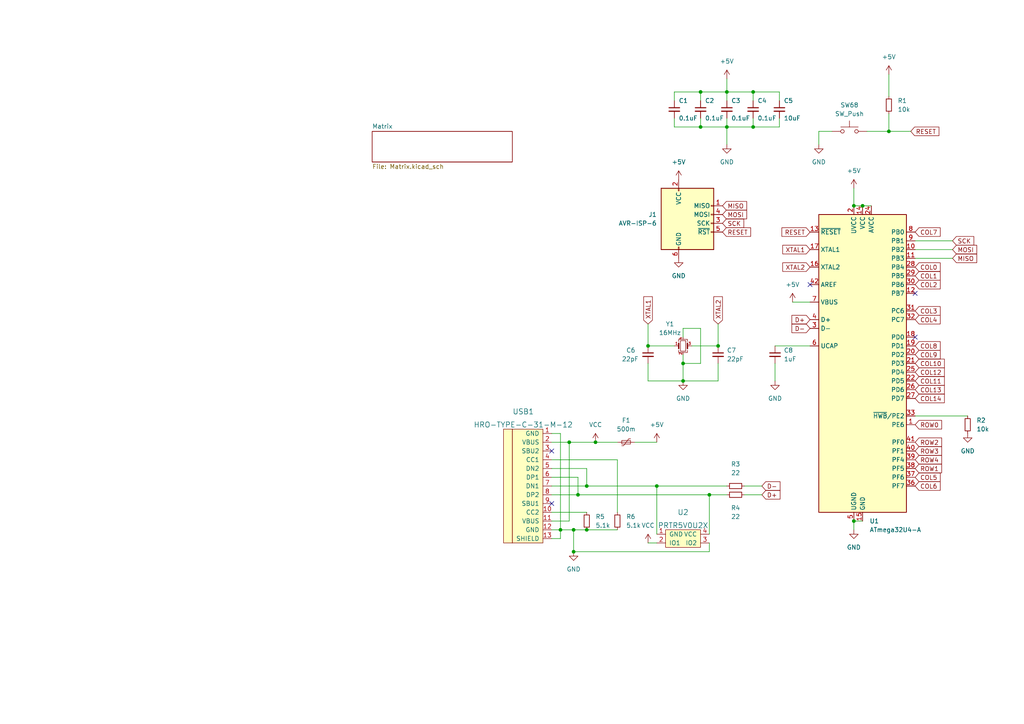
<source format=kicad_sch>
(kicad_sch (version 20211123) (generator eeschema)
  (paper "A4")
  (lib_symbols
    (symbol "Connector:AVR-ISP-6" (pin_names (offset 1.016))
      (property "Reference" "J" (at -6.35 11.43 0))
      (property "Value" "AVR-ISP-6" (at 0 11.43 0))
      (symbol "AVR-ISP-6_0_1"
        (rectangle (start -2.667 -6.858) (end -2.413 -7.62))
        (rectangle (start -2.667 10.16) (end -2.413 9.398))
        (rectangle (start 7.62 -2.413) (end 6.858 -2.667))
        (rectangle (start 7.62 0.127) (end 6.858 -0.127))
        (rectangle (start 7.62 2.667) (end 6.858 2.413))
        (rectangle (start 7.62 5.207) (end 6.858 4.953))
        (rectangle (start 7.62 10.16) (end -7.62 -7.62) (stroke (width 0.254)) (fill (type background)))
      )
      (symbol "AVR-ISP-6_1_1"
        (pin passive line (at 10.16 5.08 180) (length 2.54) (name "MISO") (number "1"))
        (pin passive line (at -2.54 12.7 270) (length 2.54) (name "VCC") (number "2"))
        (pin passive line (at 10.16 0 180) (length 2.54) (name "SCK") (number "3"))
        (pin passive line (at 10.16 2.54 180) (length 2.54) (name "MOSI") (number "4"))
        (pin passive line (at 10.16 -2.54 180) (length 2.54) (name "~{RST}") (number "5"))
        (pin passive line (at -2.54 -10.16 90) (length 2.54) (name "GND") (number "6"))
      )
    )
    (symbol "Device:C_Small" (pin_numbers hide) (pin_names (offset 0.254) hide)
      (property "Reference" "C" (at 0.254 1.778 0))
      (property "Value" "C_Small" (at 0.254 -2.032 0))
      (symbol "C_Small_0_1"
        (polyline (pts (xy -1.524 -0.508) (xy 1.524 -0.508)) (stroke (width 0.3302)))
        (polyline (pts (xy -1.524 0.508) (xy 1.524 0.508)) (stroke (width 0.3048)))
      )
      (symbol "C_Small_1_1"
        (pin passive line (at 0 2.54 270) (length 2.032) (name "~") (number "1"))
        (pin passive line (at 0 -2.54 90) (length 2.032) (name "~") (number "2"))
      )
    )
    (symbol "Device:Crystal_GND24_Small" (pin_names (offset 1.016) hide)
      (property "Reference" "Y" (at 1.27 4.445 0))
      (property "Value" "Crystal_GND24_Small" (at 1.27 2.54 0))
      (symbol "Crystal_GND24_Small_0_1"
        (rectangle (start -0.762 -1.524) (end 0.762 1.524))
        (polyline (pts (xy -1.27 -0.762) (xy -1.27 0.762)) (stroke (width 0.381)))
        (polyline (pts (xy 1.27 -0.762) (xy 1.27 0.762)) (stroke (width 0.381)))
        (polyline (pts (xy -1.27 -1.27) (xy -1.27 -1.905) (xy 1.27 -1.905) (xy 1.27 -1.27)))
        (polyline (pts (xy -1.27 1.27) (xy -1.27 1.905) (xy 1.27 1.905) (xy 1.27 1.27)))
      )
      (symbol "Crystal_GND24_Small_1_1"
        (pin passive line (at -2.54 0 0) (length 1.27) (name "1") (number "1"))
        (pin passive line (at 0 -2.54 90) (length 0.635) (name "2") (number "2"))
        (pin passive line (at 2.54 0 180) (length 1.27) (name "3") (number "3"))
        (pin passive line (at 0 2.54 270) (length 0.635) (name "4") (number "4"))
      )
    )
    (symbol "Device:Polyfuse_Small" (pin_numbers hide) (pin_names (offset 0))
      (property "Reference" "F" (at -1.905 0 90))
      (property "Value" "Polyfuse_Small" (at 1.905 0 90))
      (symbol "Polyfuse_Small_0_1"
        (rectangle (start -0.508 1.27) (end 0.508 -1.27))
        (polyline (pts (xy 0 2.54) (xy 0 -2.54)))
        (polyline (pts (xy -1.016 1.27) (xy -1.016 0.762) (xy 1.016 -0.762) (xy 1.016 -1.27)))
      )
      (symbol "Polyfuse_Small_1_1"
        (pin passive line (at 0 2.54 270) (length 0.635) (name "~") (number "1"))
        (pin passive line (at 0 -2.54 90) (length 0.635) (name "~") (number "2"))
      )
    )
    (symbol "Device:R_Small" (pin_numbers hide) (pin_names (offset 0.254) hide)
      (property "Reference" "R" (at 0.762 0.508 0))
      (property "Value" "R_Small" (at 0.762 -1.016 0))
      (symbol "R_Small_0_1"
        (rectangle (start -0.762 1.778) (end 0.762 -1.778) (stroke (width 0.2032)))
      )
      (symbol "R_Small_1_1"
        (pin passive line (at 0 2.54 270) (length 0.762) (name "~") (number "1"))
        (pin passive line (at 0 -2.54 90) (length 0.762) (name "~") (number "2"))
      )
    )
    (symbol "MCU_Microchip_ATmega:ATmega32U4-A"
      (property "Reference" "U" (at -12.7 44.45 0))
      (property "Value" "ATmega32U4-A" (at 2.54 -44.45 0))
      (symbol "ATmega32U4-A_0_1"
        (rectangle (start -12.7 -43.18) (end 12.7 43.18) (stroke (width 0.254)) (fill (type background)))
      )
      (symbol "ATmega32U4-A_1_1"
        (pin bidirectional line (at 15.24 -17.78 180) (length 2.54) (name "PE6") (number "1"))
        (pin bidirectional line (at 15.24 33.02 180) (length 2.54) (name "PB2") (number "10"))
        (pin bidirectional line (at 15.24 30.48 180) (length 2.54) (name "PB3") (number "11"))
        (pin bidirectional line (at 15.24 20.32 180) (length 2.54) (name "PB7") (number "12"))
        (pin input line (at -15.24 38.1 0) (length 2.54) (name "~{RESET}") (number "13"))
        (pin power_in line (at 0 45.72 270) (length 2.54) (name "VCC") (number "14"))
        (pin power_in line (at 0 -45.72 90) (length 2.54) (name "GND") (number "15"))
        (pin output line (at -15.24 27.94 0) (length 2.54) (name "XTAL2") (number "16"))
        (pin input line (at -15.24 33.02 0) (length 2.54) (name "XTAL1") (number "17"))
        (pin bidirectional line (at 15.24 7.62 180) (length 2.54) (name "PD0") (number "18"))
        (pin bidirectional line (at 15.24 5.08 180) (length 2.54) (name "PD1") (number "19"))
        (pin power_in line (at -2.54 45.72 270) (length 2.54) (name "UVCC") (number "2"))
        (pin bidirectional line (at 15.24 2.54 180) (length 2.54) (name "PD2") (number "20"))
        (pin bidirectional line (at 15.24 0 180) (length 2.54) (name "PD3") (number "21"))
        (pin bidirectional line (at 15.24 -5.08 180) (length 2.54) (name "PD5") (number "22"))
        (pin passive line (at 0 -45.72 90) (length 2.54) hide (name "GND") (number "23"))
        (pin power_in line (at 2.54 45.72 270) (length 2.54) (name "AVCC") (number "24"))
        (pin bidirectional line (at 15.24 -2.54 180) (length 2.54) (name "PD4") (number "25"))
        (pin bidirectional line (at 15.24 -7.62 180) (length 2.54) (name "PD6") (number "26"))
        (pin bidirectional line (at 15.24 -10.16 180) (length 2.54) (name "PD7") (number "27"))
        (pin bidirectional line (at 15.24 27.94 180) (length 2.54) (name "PB4") (number "28"))
        (pin bidirectional line (at 15.24 25.4 180) (length 2.54) (name "PB5") (number "29"))
        (pin bidirectional line (at -15.24 10.16 0) (length 2.54) (name "D-") (number "3"))
        (pin bidirectional line (at 15.24 22.86 180) (length 2.54) (name "PB6") (number "30"))
        (pin bidirectional line (at 15.24 15.24 180) (length 2.54) (name "PC6") (number "31"))
        (pin bidirectional line (at 15.24 12.7 180) (length 2.54) (name "PC7") (number "32"))
        (pin bidirectional line (at 15.24 -15.24 180) (length 2.54) (name "~{HWB}/PE2") (number "33"))
        (pin passive line (at 0 45.72 270) (length 2.54) hide (name "VCC") (number "34"))
        (pin passive line (at 0 -45.72 90) (length 2.54) hide (name "GND") (number "35"))
        (pin bidirectional line (at 15.24 -35.56 180) (length 2.54) (name "PF7") (number "36"))
        (pin bidirectional line (at 15.24 -33.02 180) (length 2.54) (name "PF6") (number "37"))
        (pin bidirectional line (at 15.24 -30.48 180) (length 2.54) (name "PF5") (number "38"))
        (pin bidirectional line (at 15.24 -27.94 180) (length 2.54) (name "PF4") (number "39"))
        (pin bidirectional line (at -15.24 12.7 0) (length 2.54) (name "D+") (number "4"))
        (pin bidirectional line (at 15.24 -25.4 180) (length 2.54) (name "PF1") (number "40"))
        (pin bidirectional line (at 15.24 -22.86 180) (length 2.54) (name "PF0") (number "41"))
        (pin passive line (at -15.24 22.86 0) (length 2.54) (name "AREF") (number "42"))
        (pin passive line (at 0 -45.72 90) (length 2.54) hide (name "GND") (number "43"))
        (pin passive line (at 2.54 45.72 270) (length 2.54) hide (name "AVCC") (number "44"))
        (pin passive line (at -2.54 -45.72 90) (length 2.54) (name "UGND") (number "5"))
        (pin passive line (at -15.24 5.08 0) (length 2.54) (name "UCAP") (number "6"))
        (pin input line (at -15.24 17.78 0) (length 2.54) (name "VBUS") (number "7"))
        (pin bidirectional line (at 15.24 38.1 180) (length 2.54) (name "PB0") (number "8"))
        (pin bidirectional line (at 15.24 35.56 180) (length 2.54) (name "PB1") (number "9"))
      )
    )
    (symbol "Switch:SW_Push" (pin_numbers hide) (pin_names (offset 1.016) hide)
      (property "Reference" "SW" (at 1.27 2.54 0))
      (property "Value" "SW_Push" (at 0 -1.524 0))
      (symbol "SW_Push_0_1"
        (circle (center -2.032 0) (radius 0.508))
        (polyline (pts (xy 0 1.27) (xy 0 3.048)))
        (polyline (pts (xy 2.54 1.27) (xy -2.54 1.27)))
        (circle (center 2.032 0) (radius 0.508))
        (pin passive line (at -5.08 0 0) (length 2.54) (name "1") (number "1"))
        (pin passive line (at 5.08 0 180) (length 2.54) (name "2") (number "2"))
      )
    )
    (symbol "Type-C:HRO-TYPE-C-31-M-12" (pin_names (offset 1.016))
      (property "Reference" "USB" (at -5.08 16.51 0))
      (property "Value" "HRO-TYPE-C-31-M-12" (at -10.16 -1.27 90))
      (symbol "HRO-TYPE-C-31-M-12_0_1"
        (rectangle (start -11.43 15.24) (end -8.89 -17.78) (fill (type background)))
        (rectangle (start 0 -17.78) (end -8.89 15.24) (fill (type background)))
      )
      (symbol "HRO-TYPE-C-31-M-12_1_1"
        (pin input line (at 2.54 13.97 180) (length 2.54) (name "GND") (number "1"))
        (pin input line (at 2.54 -8.89 180) (length 2.54) (name "CC2") (number "10"))
        (pin input line (at 2.54 -11.43 180) (length 2.54) (name "VBUS") (number "11"))
        (pin input line (at 2.54 -13.97 180) (length 2.54) (name "GND") (number "12"))
        (pin input line (at 2.54 -16.51 180) (length 2.54) (name "SHIELD") (number "13"))
        (pin input line (at 2.54 11.43 180) (length 2.54) (name "VBUS") (number "2"))
        (pin input line (at 2.54 8.89 180) (length 2.54) (name "SBU2") (number "3"))
        (pin input line (at 2.54 6.35 180) (length 2.54) (name "CC1") (number "4"))
        (pin input line (at 2.54 3.81 180) (length 2.54) (name "DN2") (number "5"))
        (pin input line (at 2.54 1.27 180) (length 2.54) (name "DP1") (number "6"))
        (pin input line (at 2.54 -1.27 180) (length 2.54) (name "DN1") (number "7"))
        (pin input line (at 2.54 -3.81 180) (length 2.54) (name "DP2") (number "8"))
        (pin input line (at 2.54 -6.35 180) (length 2.54) (name "SBU1") (number "9"))
      )
    )
    (symbol "power:+5V" (power) (pin_names (offset 0))
      (property "Value" "+5V" (at 0 3.556 0))
      (symbol "+5V_0_1"
        (polyline (pts (xy -0.762 1.27) (xy 0 2.54)))
        (polyline (pts (xy 0 0) (xy 0 2.54)))
        (polyline (pts (xy 0 2.54) (xy 0.762 1.27)))
      )
      (symbol "+5V_1_1"
        (pin power_in line (at 0 0 90) (length 0) hide (name "+5V") (number "1"))
      )
    )
    (symbol "power:GND" (power) (pin_names (offset 0))
      (property "Value" "GND" (at 0 -3.81 0))
      (symbol "GND_0_1"
        (polyline (pts (xy 0 0) (xy 0 -1.27) (xy 1.27 -1.27) (xy 0 -2.54) (xy -1.27 -1.27) (xy 0 -1.27)))
      )
      (symbol "GND_1_1"
        (pin power_in line (at 0 0 270) (length 0) hide (name "GND") (number "1"))
      )
    )
    (symbol "power:VCC" (power) (pin_names (offset 0))
      (property "Value" "VCC" (at 0 3.81 0))
      (symbol "VCC_0_1"
        (polyline (pts (xy -0.762 1.27) (xy 0 2.54)))
        (polyline (pts (xy 0 0) (xy 0 2.54)))
        (polyline (pts (xy 0 2.54) (xy 0.762 1.27)))
      )
      (symbol "VCC_1_1"
        (pin power_in line (at 0 0 90) (length 0) hide (name "VCC") (number "1"))
      )
    )
    (symbol "random-keyboard-parts:PRTR5V0U2X" (pin_names (offset 1.016))
      (property "Reference" "U" (at 0 3.81 0))
      (property "Value" "PRTR5V0U2X" (at 0 -3.81 0))
      (symbol "PRTR5V0U2X_0_1"
        (rectangle (start -5.08 2.54) (end 5.08 -2.54) (fill (type background)))
      )
      (symbol "PRTR5V0U2X_1_1"
        (pin input line (at -7.62 1.27 0) (length 2.54) (name "GND") (number "1"))
        (pin input line (at -7.62 -1.27 0) (length 2.54) (name "IO1") (number "2"))
        (pin input line (at 7.62 -1.27 180) (length 2.54) (name "IO2") (number "3"))
        (pin input line (at 7.62 1.27 180) (length 2.54) (name "VCC") (number "4"))
      )
    )
  )
  (junction (at 218.44 26.67))
  (junction (at 210.82 26.67))
  (junction (at 190.5 140.97))
  (junction (at 167.64 143.51))
  (junction (at 257.81 38.1))
  (junction (at 166.37 160.02))
  (junction (at 172.72 128.27))
  (junction (at 170.18 140.97))
  (junction (at 198.12 105.41))
  (junction (at 247.65 151.13))
  (junction (at 170.18 153.67))
  (junction (at 187.96 100.33))
  (junction (at 218.44 36.83))
  (junction (at 162.56 153.67))
  (junction (at 165.1 128.27))
  (junction (at 203.2 26.67))
  (junction (at 208.28 100.33))
  (junction (at 198.12 110.49))
  (junction (at 205.74 143.51))
  (junction (at 166.37 153.67))
  (junction (at 247.65 59.69))
  (junction (at 210.82 36.83))
  (junction (at 250.19 59.69))
  (junction (at 203.2 36.83))
  (no_connect (at 160.02 146.05))
  (no_connect (at 265.43 85.09))
  (no_connect (at 160.02 130.81))
  (no_connect (at 265.43 97.79))
  (no_connect (at 234.95 82.55))
  (wire (pts (xy 166.37 153.67) (xy 170.18 153.67)))
  (wire (pts (xy 187.96 93.98) (xy 187.96 100.33)))
  (wire (pts (xy 257.81 33.02) (xy 257.81 38.1)))
  (wire (pts (xy 162.56 153.67) (xy 162.56 125.73)))
  (wire (pts (xy 205.74 157.48) (xy 205.74 160.02)))
  (wire (pts (xy 203.2 36.83) (xy 210.82 36.83)))
  (wire (pts (xy 187.96 110.49) (xy 198.12 110.49)))
  (wire (pts (xy 160.02 140.97) (xy 170.18 140.97)))
  (wire (pts (xy 247.65 151.13) (xy 247.65 153.67)))
  (wire (pts (xy 160.02 135.89) (xy 170.18 135.89)))
  (wire (pts (xy 208.28 93.98) (xy 208.28 100.33)))
  (wire (pts (xy 198.12 102.87) (xy 198.12 105.41)))
  (wire (pts (xy 162.56 156.21) (xy 162.56 153.67)))
  (wire (pts (xy 210.82 36.83) (xy 218.44 36.83)))
  (wire (pts (xy 190.5 140.97) (xy 190.5 154.94)))
  (wire (pts (xy 187.96 105.41) (xy 187.96 110.49)))
  (wire (pts (xy 250.19 59.69) (xy 252.73 59.69)))
  (wire (pts (xy 237.49 38.1) (xy 237.49 41.91)))
  (wire (pts (xy 165.1 128.27) (xy 160.02 128.27)))
  (wire (pts (xy 276.2711 69.85) (xy 265.43 69.85)))
  (wire (pts (xy 167.64 143.51) (xy 205.74 143.51)))
  (wire (pts (xy 179.07 133.35) (xy 179.07 148.59)))
  (wire (pts (xy 160.02 153.67) (xy 162.56 153.67)))
  (wire (pts (xy 165.1 151.13) (xy 165.1 128.27)))
  (wire (pts (xy 203.2 34.29) (xy 203.2 36.83)))
  (wire (pts (xy 226.06 26.67) (xy 218.44 26.67)))
  (wire (pts (xy 195.58 34.29) (xy 195.58 36.83)))
  (wire (pts (xy 251.46 38.1) (xy 257.81 38.1)))
  (wire (pts (xy 198.12 95.25) (xy 203.2 95.25)))
  (wire (pts (xy 218.44 26.67) (xy 210.82 26.67)))
  (wire (pts (xy 160.02 148.59) (xy 170.18 148.59)))
  (wire (pts (xy 170.18 153.67) (xy 179.07 153.67)))
  (wire (pts (xy 257.81 38.1) (xy 264.16 38.1)))
  (wire (pts (xy 218.44 34.29) (xy 218.44 36.83)))
  (wire (pts (xy 218.44 36.83) (xy 226.06 36.83)))
  (wire (pts (xy 224.79 105.41) (xy 224.79 110.49)))
  (wire (pts (xy 170.18 135.89) (xy 170.18 140.97)))
  (wire (pts (xy 247.65 59.69) (xy 250.19 59.69)))
  (wire (pts (xy 205.74 143.51) (xy 205.74 154.94)))
  (wire (pts (xy 172.72 128.27) (xy 179.07 128.27)))
  (wire (pts (xy 226.06 29.21) (xy 226.06 26.67)))
  (wire (pts (xy 170.18 140.97) (xy 190.5 140.97)))
  (wire (pts (xy 226.06 34.29) (xy 226.06 36.83)))
  (wire (pts (xy 166.37 153.67) (xy 166.37 160.02)))
  (wire (pts (xy 210.82 26.67) (xy 210.82 29.21)))
  (wire (pts (xy 195.58 29.21) (xy 195.58 26.67)))
  (wire (pts (xy 247.65 151.13) (xy 250.19 151.13)))
  (wire (pts (xy 203.2 95.25) (xy 203.2 105.41)))
  (wire (pts (xy 229.87 87.63) (xy 234.95 87.63)))
  (wire (pts (xy 195.58 36.83) (xy 203.2 36.83)))
  (wire (pts (xy 187.96 157.48) (xy 190.5 157.48)))
  (wire (pts (xy 224.79 100.33) (xy 234.95 100.33)))
  (wire (pts (xy 160.02 138.43) (xy 167.64 138.43)))
  (wire (pts (xy 215.9 140.97) (xy 220.98 140.97)))
  (wire (pts (xy 208.28 105.41) (xy 208.28 110.49)))
  (wire (pts (xy 167.64 138.43) (xy 167.64 143.51)))
  (wire (pts (xy 160.02 143.51) (xy 167.64 143.51)))
  (wire (pts (xy 160.02 133.35) (xy 179.07 133.35)))
  (wire (pts (xy 160.02 156.21) (xy 162.56 156.21)))
  (wire (pts (xy 184.15 128.27) (xy 190.5 128.27)))
  (wire (pts (xy 200.66 100.33) (xy 208.28 100.33)))
  (wire (pts (xy 276.2711 74.93) (xy 265.43 74.93)))
  (wire (pts (xy 187.96 100.33) (xy 195.58 100.33)))
  (wire (pts (xy 241.3 38.1) (xy 237.49 38.1)))
  (wire (pts (xy 160.02 151.13) (xy 165.1 151.13)))
  (wire (pts (xy 208.28 110.49) (xy 198.12 110.49)))
  (wire (pts (xy 247.65 54.61) (xy 247.65 59.69)))
  (wire (pts (xy 165.1 128.27) (xy 172.72 128.27)))
  (wire (pts (xy 203.2 105.41) (xy 198.12 105.41)))
  (wire (pts (xy 190.5 140.97) (xy 210.82 140.97)))
  (wire (pts (xy 210.82 26.67) (xy 210.82 22.86)))
  (wire (pts (xy 218.44 26.67) (xy 218.44 29.21)))
  (wire (pts (xy 166.37 160.02) (xy 205.74 160.02)))
  (wire (pts (xy 215.9 143.51) (xy 220.98 143.51)))
  (wire (pts (xy 265.43 120.65) (xy 280.67 120.65)))
  (wire (pts (xy 276.2711 72.39) (xy 265.43 72.39)))
  (wire (pts (xy 162.56 125.73) (xy 160.02 125.73)))
  (wire (pts (xy 205.74 143.51) (xy 210.82 143.51)))
  (wire (pts (xy 257.81 21.59) (xy 257.81 27.94)))
  (wire (pts (xy 198.12 97.79) (xy 198.12 95.25)))
  (wire (pts (xy 210.82 36.83) (xy 210.82 41.91)))
  (wire (pts (xy 203.2 26.67) (xy 210.82 26.67)))
  (wire (pts (xy 210.82 34.29) (xy 210.82 36.83)))
  (wire (pts (xy 162.56 153.67) (xy 166.37 153.67)))
  (wire (pts (xy 195.58 26.67) (xy 203.2 26.67)))
  (wire (pts (xy 198.12 105.41) (xy 198.12 110.49)))
  (wire (pts (xy 203.2 26.67) (xy 203.2 29.21)))
  (global_label "COL11" (shape input) (at 265.43 110.49 0) (property "Intersheet References" "${INTERSHEET_REFS}" (effects hide)))
  (global_label "XTAL1" (shape input) (at 187.96 93.98 90) (property "Intersheet References" "${INTERSHEET_REFS}" (effects hide)))
  (global_label "XTAL2" (shape input) (at 208.28 93.98 90) (property "Intersheet References" "${INTERSHEET_REFS}" (effects hide)))
  (global_label "COL4" (shape input) (at 265.43 92.71 0) (property "Intersheet References" "${INTERSHEET_REFS}" (effects hide)))
  (global_label "COL7" (shape input) (at 265.43 67.31 0) (property "Intersheet References" "${INTERSHEET_REFS}" (effects hide)))
  (global_label "COL12" (shape input) (at 265.43 107.95 0) (property "Intersheet References" "${INTERSHEET_REFS}" (effects hide)))
  (global_label "D+" (shape input) (at 220.98 143.51 0) (property "Intersheet References" "${INTERSHEET_REFS}" (effects hide)))
  (global_label "D-" (shape input) (at 234.95 95.25 180) (property "Intersheet References" "${INTERSHEET_REFS}" (effects hide)))
  (global_label "COL5" (shape input) (at 265.43 138.43 0) (property "Intersheet References" "${INTERSHEET_REFS}" (effects hide)))
  (global_label "SCK" (shape input) (at 209.55 64.77 0) (property "Intersheet References" "${INTERSHEET_REFS}" (effects hide)))
  (global_label "COL13" (shape input) (at 265.43 113.03 0) (property "Intersheet References" "${INTERSHEET_REFS}" (effects hide)))
  (global_label "COL8" (shape input) (at 265.43 100.33 0) (property "Intersheet References" "${INTERSHEET_REFS}" (effects hide)))
  (global_label "ROW3" (shape input) (at 265.43 130.81 0) (property "Intersheet References" "${INTERSHEET_REFS}" (effects hide)))
  (global_label "MISO" (shape input) (at 209.55 59.69 0) (property "Intersheet References" "${INTERSHEET_REFS}" (effects hide)))
  (global_label "SCK" (shape input) (at 276.2711 69.85 0) (property "Intersheet References" "${INTERSHEET_REFS}" (effects hide)))
  (global_label "COL14" (shape input) (at 265.43 115.57 0) (property "Intersheet References" "${INTERSHEET_REFS}" (effects hide)))
  (global_label "RESET" (shape input) (at 234.95 67.31 180) (property "Intersheet References" "${INTERSHEET_REFS}" (effects hide)))
  (global_label "ROW2" (shape input) (at 265.43 128.27 0) (property "Intersheet References" "${INTERSHEET_REFS}" (effects hide)))
  (global_label "ROW4" (shape input) (at 265.43 133.35 0) (property "Intersheet References" "${INTERSHEET_REFS}" (effects hide)))
  (global_label "COL3" (shape input) (at 265.43 90.17 0) (property "Intersheet References" "${INTERSHEET_REFS}" (effects hide)))
  (global_label "RESET" (shape input) (at 264.16 38.1 0) (property "Intersheet References" "${INTERSHEET_REFS}" (effects hide)))
  (global_label "D-" (shape input) (at 220.98 140.97 0) (property "Intersheet References" "${INTERSHEET_REFS}" (effects hide)))
  (global_label "COL1" (shape input) (at 265.43 80.01 0) (property "Intersheet References" "${INTERSHEET_REFS}" (effects hide)))
  (global_label "MISO" (shape input) (at 276.2711 74.93 0) (property "Intersheet References" "${INTERSHEET_REFS}" (effects hide)))
  (global_label "XTAL1" (shape input) (at 234.95 72.39 180) (property "Intersheet References" "${INTERSHEET_REFS}" (effects hide)))
  (global_label "ROW1" (shape input) (at 265.43 135.89 0) (property "Intersheet References" "${INTERSHEET_REFS}" (effects hide)))
  (global_label "ROW0" (shape input) (at 265.43 123.19 0) (property "Intersheet References" "${INTERSHEET_REFS}" (effects hide)))
  (global_label "MOSI" (shape input) (at 276.2711 72.39 0) (property "Intersheet References" "${INTERSHEET_REFS}" (effects hide)))
  (global_label "XTAL2" (shape input) (at 234.95 77.47 180) (property "Intersheet References" "${INTERSHEET_REFS}" (effects hide)))
  (global_label "COL6" (shape input) (at 265.43 140.97 0) (property "Intersheet References" "${INTERSHEET_REFS}" (effects hide)))
  (global_label "COL10" (shape input) (at 265.43 105.41 0) (property "Intersheet References" "${INTERSHEET_REFS}" (effects hide)))
  (global_label "D+" (shape input) (at 234.95 92.71 180) (property "Intersheet References" "${INTERSHEET_REFS}" (effects hide)))
  (global_label "COL0" (shape input) (at 265.43 77.47 0) (property "Intersheet References" "${INTERSHEET_REFS}" (effects hide)))
  (global_label "MOSI" (shape input) (at 209.55 62.23 0) (property "Intersheet References" "${INTERSHEET_REFS}" (effects hide)))
  (global_label "COL2" (shape input) (at 265.43 82.55 0) (property "Intersheet References" "${INTERSHEET_REFS}" (effects hide)))
  (global_label "RESET" (shape input) (at 209.55 67.31 0) (property "Intersheet References" "${INTERSHEET_REFS}" (effects hide)))
  (global_label "COL9" (shape input) (at 265.43 102.87 0) (property "Intersheet References" "${INTERSHEET_REFS}" (effects hide)))
  (symbol (lib_id "Device:Crystal_GND24_Small") (at 198.12 100.33 0) (unit 1)
    (property "Reference" "Y1" (at 194.31 93.98 0))
    (property "Value" "16MHz" (at 194.31 96.52 0))
  )
  (symbol (lib_id "Switch:SW_Push") (at 246.38 38.1 0) (unit 1)
    (property "Reference" "SW68" (at 246.38 30.48 0))
    (property "Value" "SW_Push" (at 246.38 33.02 0))
  )
  (symbol (lib_id "Device:C_Small") (at 210.82 31.75 0) (unit 1)
    (property "Reference" "C3" (at 212.09 29.21 0) (effects (justify left)))
    (property "Value" "0.1uF" (at 212.09 34.29 0) (effects (justify left)))
  )
  (symbol (lib_id "Device:C_Small") (at 224.79 102.87 0) (unit 1)
    (property "Reference" "C8" (at 227.33 101.6062 0) (effects (justify left)))
    (property "Value" "1uF" (at 227.33 104.1462 0) (effects (justify left)))
  )
  (symbol (lib_id "Device:C_Small") (at 187.96 102.87 0) (unit 1)
    (property "Reference" "C6" (at 181.61 101.6 0) (effects (justify left)))
    (property "Value" "22pF" (at 180.34 104.14 0) (effects (justify left)))
  )
  (symbol (lib_id "Type-C:HRO-TYPE-C-31-M-12") (at 157.48 139.7 0) (unit 1)
    (property "Reference" "USB1" (at 151.765 119.38 0) (effects (font (size 1.524 1.524))))
    (property "Value" "HRO-TYPE-C-31-M-12" (at 151.765 123.19 0) (effects (font (size 1.524 1.524))))
  )
  (symbol (lib_id "power:GND") (at 237.49 41.91 0) (unit 1)
    (property "Reference" "#PWR04" (effects hide))
    (property "Value" "GND" (at 237.49 46.99 0))
  )
  (symbol (lib_id "power:GND") (at 196.85 74.93 0) (unit 1)
    (property "Reference" "#PWR07" (effects hide))
    (property "Value" "GND" (at 196.85 80.01 0))
  )
  (symbol (lib_id "Device:R_Small") (at 280.67 123.19 180) (unit 1)
    (property "Reference" "R2" (at 283.21 121.9199 0) (effects (justify right)))
    (property "Value" "10k" (at 283.21 124.4599 0) (effects (justify right)))
  )
  (symbol (lib_id "power:+5V") (at 190.5 128.27 0) (unit 1)
    (property "Reference" "#PWR012" (effects hide))
    (property "Value" "+5V" (at 190.5 123.19 0))
  )
  (symbol (lib_id "power:GND") (at 210.82 41.91 0) (unit 1)
    (property "Reference" "#PWR03" (effects hide))
    (property "Value" "GND" (at 210.82 46.99 0))
  )
  (symbol (lib_id "Device:R_Small") (at 257.81 30.48 0) (unit 1)
    (property "Reference" "R1" (at 260.35 29.2099 0) (effects (justify left)))
    (property "Value" "10k" (at 260.35 31.7499 0) (effects (justify left)))
  )
  (symbol (lib_id "power:+5V") (at 196.85 52.07 0) (unit 1)
    (property "Reference" "#PWR05" (effects hide))
    (property "Value" "+5V" (at 196.85 46.99 0))
  )
  (symbol (lib_id "power:GND") (at 166.37 160.02 0) (unit 1)
    (property "Reference" "#PWR015" (effects hide))
    (property "Value" "GND" (at 166.37 165.1 0))
  )
  (symbol (lib_id "power:GND") (at 280.67 125.73 0) (unit 1)
    (property "Reference" "#PWR010" (effects hide))
    (property "Value" "GND" (at 280.67 130.81 0))
  )
  (symbol (lib_id "power:+5V") (at 247.65 54.61 0) (unit 1)
    (property "Reference" "#PWR06" (effects hide))
    (property "Value" "+5V" (at 247.65 49.53 0))
  )
  (symbol (lib_id "Device:R_Small") (at 213.36 140.97 90) (unit 1)
    (property "Reference" "R3" (at 213.36 134.62 90))
    (property "Value" "22" (at 213.36 137.16 90))
  )
  (symbol (lib_id "power:GND") (at 198.12 110.49 0) (unit 1)
    (property "Reference" "#PWR08" (effects hide))
    (property "Value" "GND" (at 198.12 115.57 0))
  )
  (symbol (lib_id "power:GND") (at 224.79 110.49 0) (unit 1)
    (property "Reference" "#PWR09" (effects hide))
    (property "Value" "GND" (at 224.79 115.57 0))
  )
  (symbol (lib_id "power:+5V") (at 210.82 22.86 0) (unit 1)
    (property "Reference" "#PWR02" (effects hide))
    (property "Value" "+5V" (at 210.82 17.78 0))
  )
  (symbol (lib_id "power:VCC") (at 172.72 128.27 0) (unit 1)
    (property "Reference" "#PWR011" (effects hide))
    (property "Value" "VCC" (at 172.72 123.19 0))
  )
  (symbol (lib_id "Connector:AVR-ISP-6") (at 199.39 64.77 0) (unit 1)
    (property "Reference" "J1" (at 190.5 62.2299 0) (effects (justify right)))
    (property "Value" "AVR-ISP-6" (at 190.5 64.7699 0) (effects (justify right)))
    (property "Datasheet" " ~" (effects hide))
  )
  (symbol (lib_id "Device:C_Small") (at 226.06 31.75 0) (unit 1)
    (property "Reference" "C5" (at 227.33 29.21 0) (effects (justify left)))
    (property "Value" "10uF" (at 227.33 34.29 0) (effects (justify left)))
  )
  (symbol (lib_id "Device:R_Small") (at 170.18 151.13 0) (unit 1)
    (property "Reference" "R5" (at 172.72 149.8599 0) (effects (justify left)))
    (property "Value" "5.1k" (at 172.72 152.3999 0) (effects (justify left)))
  )
  (symbol (lib_id "power:+5V") (at 229.87 87.63 0) (unit 1)
    (property "Reference" "#PWR?" (effects hide))
    (property "Value" "+5V" (at 229.87 82.55 0))
  )
  (symbol (lib_id "Device:R_Small") (at 213.36 143.51 90) (unit 1)
    (property "Reference" "R4" (at 213.36 147.32 90))
    (property "Value" "22" (at 213.36 149.86 90))
  )
  (symbol (lib_id "MCU_Microchip_ATmega:ATmega32U4-A") (at 250.19 105.41 0) (unit 1)
    (property "Reference" "U1" (at 252.2094 151.13 0) (effects (justify left)))
    (property "Value" "ATmega32U4-A" (at 252.2094 153.67 0) (effects (justify left)))
    (property "Footprint" "Package_QFP:TQFP-44_10x10mm_P0.8mm" (effects hide))
    (property "Datasheet" "http://ww1.microchip.com/downloads/en/DeviceDoc/Atmel-7766-8-bit-AVR-ATmega16U4-32U4_Datasheet.pdf" (effects hide))
  )
  (symbol (lib_id "power:+5V") (at 257.81 21.59 0) (unit 1)
    (property "Reference" "#PWR01" (effects hide))
    (property "Value" "+5V" (at 257.81 16.51 0))
  )
  (symbol (lib_id "Device:C_Small") (at 203.2 31.75 0) (unit 1)
    (property "Reference" "C2" (at 204.47 29.21 0) (effects (justify left)))
    (property "Value" "0.1uF" (at 204.47 34.29 0) (effects (justify left)))
  )
  (symbol (lib_id "power:GND") (at 247.65 153.67 0) (unit 1)
    (property "Reference" "#PWR013" (effects hide))
    (property "Value" "GND" (at 247.65 158.75 0))
  )
  (symbol (lib_id "power:VCC") (at 187.96 157.48 0) (unit 1)
    (property "Reference" "#PWR014" (effects hide))
    (property "Value" "VCC" (at 187.96 152.4 0))
  )
  (symbol (lib_id "Device:C_Small") (at 218.44 31.75 0) (unit 1)
    (property "Reference" "C4" (at 219.71 29.21 0) (effects (justify left)))
    (property "Value" "0.1uF" (at 219.71 34.29 0) (effects (justify left)))
  )
  (symbol (lib_id "Device:Polyfuse_Small") (at 181.61 128.27 90) (unit 1)
    (property "Reference" "F1" (at 181.61 121.92 90))
    (property "Value" "500m" (at 181.61 124.46 90))
  )
  (symbol (lib_id "Device:C_Small") (at 195.58 31.75 0) (unit 1)
    (property "Reference" "C1" (at 196.85 29.21 0) (effects (justify left)))
    (property "Value" "0.1uF" (at 196.85 34.29 0) (effects (justify left)))
  )
  (symbol (lib_id "Device:R_Small") (at 179.07 151.13 0) (unit 1)
    (property "Reference" "R6" (at 181.61 149.8599 0) (effects (justify left)))
    (property "Value" "5.1k" (at 181.61 152.3999 0) (effects (justify left)))
  )
  (symbol (lib_id "Device:C_Small") (at 208.28 102.87 0) (unit 1)
    (property "Reference" "C7" (at 210.82 101.6062 0) (effects (justify left)))
    (property "Value" "22pF" (at 210.82 104.1462 0) (effects (justify left)))
  )
  (symbol (lib_id "random-keyboard-parts:PRTR5V0U2X") (at 198.12 156.21 0) (unit 1)
    (property "Reference" "U2" (at 198.12 148.59 0) (effects (font (size 1.524 1.524))))
    (property "Value" "PRTR5V0U2X" (at 198.12 152.4 0) (effects (font (size 1.524 1.524))))
  )
  (sheet (at 107.95 38.1) (size 40.64 8.89) (stroke (width 0.1524))
    (property "Sheet name" "Matrix" (at 107.95 37.3884 0) (effects (justify left bottom)))
    (property "Sheet file" "Matrix.kicad_sch" (at 107.95 47.5746 0) (effects (justify left top)))
  )
)
</source>
